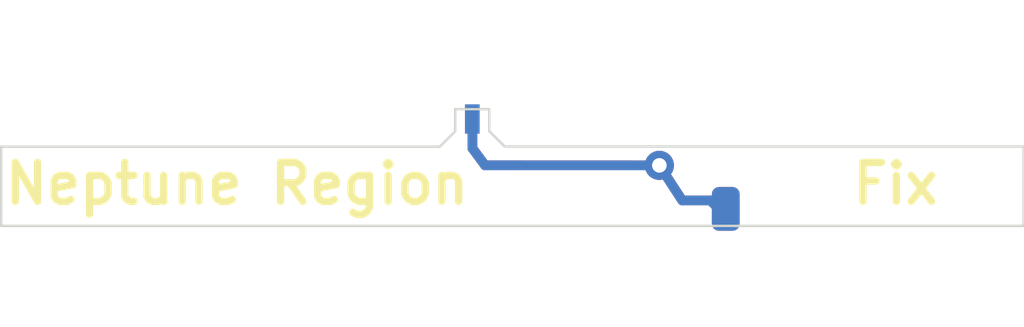
<source format=kicad_pcb>
(kicad_pcb (version 20241229) (generator "pcbnew") (generator_version "9.0")
  (layers (0 "F.Cu" signal) (2 "B.Cu" signal) (13 "F.Paste" user) (15 "B.Paste" user) (5 "F.SilkS" user "F.Silkscreen") (7 "B.SilkS" user "B.Silkscreen") (1 "F.Mask" user) (3 "B.Mask" user) (25 "Edge.Cuts" user))
  (net 0 "")
  (net 1 "Net-(J1-Pin_1)")
  (footprint "TestPoint:TestPoint_Pad_D1.0mm" (layer "F.Cu") (at 113.880846 72.991062)
    (property "Reference" "J3" (hide yes))
    (property "Value" "ExtGND" (hide yes))
    (pad "1" smd roundrect (at 0 -0.141062) (size 0.57 0.9) (layers "F.Cu" "F.Mask" "F.Paste") (net 1 "Net-(J1-Pin_1)"))
  )
  (footprint "TestPoint:TestPoint_Pad_D1.0mm" (layer "F.Cu") (at 108.67469 70.851255)
    (property "Reference" "J1" (hide yes))
    (property "Value" "Pin81" (hide yes))
    (pad "1" smd rect (at 0 0.148745) (size 0.3 0.6) (layers "F.Cu" "F.Mask" "F.Paste") (net 1 "Net-(J1-Pin_1)"))
  )
  (footprint "RegionFix:RegionFixPin81" (layer "B.Cu") (at 108.701945 70.852727)
    (property "Reference" "J2" (hide yes))
    (property "Value" "Pin81" (hide yes))
    (pad "1" smd rect (at -0.027255 0.147273) (size 0.3 0.6) (layers "B.Cu" "B.Mask" "B.Paste") (net 1 "Net-(J1-Pin_1)"))
  )
  (footprint "RegionFix:ExtPad" (layer "B.Cu") (at 113.908775 72.993199)
    (property "Reference" "J4" (hide yes))
    (property "Value" "ExtGND" (hide yes))
    (pad "1" smd roundrect (at -0.027929 -0.143199) (size 0.57 0.9) (layers "B.Cu" "B.Mask" "B.Paste") (net 1 "Net-(J1-Pin_1)"))
  )
  (gr_line (start 108.323377 70.798897) (end 108.323377 71.251601) (stroke (width 0.05)) (layer "Edge.Cuts"))
  (gr_line (start 108.006402 71.570735) (end 99 71.570735) (stroke (width 0.05)) (layer "Edge.Cuts"))
  (gr_line (start 120 73.2) (end 120 71.570735) (stroke (width 0.05)) (layer "Edge.Cuts"))
  (gr_line (start 108.324376 70.799067) (end 109.024069 70.799067) (stroke (width 0.05)) (layer "Edge.Cuts"))
  (gr_line (start 99 73.2) (end 99 71.570735) (stroke (width 0.05)) (layer "Edge.Cuts"))
  (gr_line (start 108.322836 71.255203) (end 108.006402 71.570735) (stroke (width 0.05)) (layer "Edge.Cuts"))
  (gr_line (start 109.340503 71.567303) (end 120 71.567303) (stroke (width 0.05)) (layer "Edge.Cuts"))
  (gr_line (start 109.340503 71.567303) (end 109.024069 71.251771) (stroke (width 0.05)) (layer "Edge.Cuts"))
  (gr_line (start 109.024069 70.799067) (end 109.024069 71.251771) (stroke (width 0.05)) (layer "Edge.Cuts"))
  (gr_line (start 120 73.2) (end 99 73.2) (stroke (width 0.05)) (layer "Edge.Cuts"))
  (gr_text "Neptune Region             Fix" (at 99 72.8 0) (layer "F.SilkS") (effects (font (size 0.8 0.8) (thickness 0.15) (bold yes)) (justify left bottom)))
  (segment (start 108.67858 71.602941) (end 108.67469 70.851255) (width 0.2) (layer "F.Cu") (net 1))
  (segment (start 113.565435 72.675651) (end 112.986741 72.675651) (width 0.2) (layer "F.Cu") (net 1))
  (segment (start 112.517004 71.954688) (end 108.936834 71.953637) (width 0.2) (layer "F.Cu") (net 1))
  (segment (start 113.880846 72.991062) (end 113.565435 72.675651) (width 0.2) (layer "F.Cu") (net 1))
  (segment (start 108.936834 71.953637) (end 108.67858 71.602941) (width 0.2) (layer "F.Cu") (net 1))
  (segment (start 112.986741 72.675651) (end 112.517004 71.954688) (width 0.2) (layer "F.Cu") (net 1))
  (via (at 112.517004 71.954688) (size 0.6) (drill 0.3) (layers "F.Cu" "B.Cu") (net 1))
  (segment (start 113.565428 72.675713) (end 112.986734 72.675713) (width 0.2) (layer "B.Cu") (net 1))
  (segment (start 108.677558 71.60304) (end 108.936833 71.953637) (width 0.2) (layer "B.Cu") (net 1))
  (segment (start 108.936833 71.953637) (end 112.517004 71.954688) (width 0.2) (layer "B.Cu") (net 1))
  (segment (start 112.986734 72.675713) (end 112.517004 71.954688) (width 0.2) (layer "B.Cu") (net 1))
  (segment (start 108.674683 70.851317) (end 108.677558 71.60304) (width 0.2) (layer "B.Cu") (net 1))
  (segment (start 113.880839 72.991124) (end 113.565428 72.675713) (width 0.2) (layer "B.Cu") (net 1))
)
</source>
